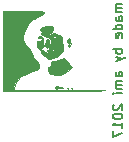
<source format=gbo>
G04 #@! TF.GenerationSoftware,KiCad,Pcbnew,(2017-01-24 revision 0b6147e)-makepkg*
G04 #@! TF.CreationDate,2017-01-29T22:57:48+05:30*
G04 #@! TF.ProjectId,attiny13a,617474696E793133612E6B696361645F,0.1*
G04 #@! TF.FileFunction,Legend,Bot*
G04 #@! TF.FilePolarity,Positive*
%FSLAX46Y46*%
G04 Gerber Fmt 4.6, Leading zero omitted, Abs format (unit mm)*
G04 Created by KiCad (PCBNEW (2017-01-24 revision 0b6147e)-makepkg) date 01/29/17 22:57:48*
%MOMM*%
%LPD*%
G01*
G04 APERTURE LIST*
%ADD10C,0.100000*%
%ADD11C,0.010000*%
%ADD12C,0.200000*%
G04 APERTURE END LIST*
D10*
D11*
G36*
X132111848Y-91327068D02*
X132045553Y-91493737D01*
X132038964Y-91545834D01*
X132091454Y-91641925D01*
X132198268Y-91625415D01*
X132244612Y-91574641D01*
X132258651Y-91437488D01*
X132237826Y-91355875D01*
X132178858Y-91265132D01*
X132111848Y-91327068D01*
X132111848Y-91327068D01*
G37*
X132111848Y-91327068D02*
X132045553Y-91493737D01*
X132038964Y-91545834D01*
X132091454Y-91641925D01*
X132198268Y-91625415D01*
X132244612Y-91574641D01*
X132258651Y-91437488D01*
X132237826Y-91355875D01*
X132178858Y-91265132D01*
X132111848Y-91327068D01*
G36*
X132291667Y-91694000D02*
X132334000Y-91736334D01*
X132376334Y-91694000D01*
X132334000Y-91651667D01*
X132291667Y-91694000D01*
X132291667Y-91694000D01*
G37*
X132291667Y-91694000D02*
X132334000Y-91736334D01*
X132376334Y-91694000D01*
X132334000Y-91651667D01*
X132291667Y-91694000D01*
G36*
X132159468Y-91813318D02*
X132150556Y-91867058D01*
X132169025Y-91982095D01*
X132230325Y-91935375D01*
X132245718Y-91911517D01*
X132241455Y-91804779D01*
X132222493Y-91788242D01*
X132159468Y-91813318D01*
X132159468Y-91813318D01*
G37*
X132159468Y-91813318D02*
X132150556Y-91867058D01*
X132169025Y-91982095D01*
X132230325Y-91935375D01*
X132245718Y-91911517D01*
X132241455Y-91804779D01*
X132222493Y-91788242D01*
X132159468Y-91813318D01*
G36*
X130337285Y-90194628D02*
X130025919Y-90290071D01*
X129899834Y-90339574D01*
X129769539Y-90447613D01*
X129774964Y-90567128D01*
X129907366Y-90636342D01*
X129942167Y-90638667D01*
X130068434Y-90646041D01*
X130056714Y-90681343D01*
X129921000Y-90762667D01*
X129799857Y-90850920D01*
X129833218Y-90886321D01*
X129841536Y-90886667D01*
X129995950Y-90943324D01*
X130160132Y-91063320D01*
X130313651Y-91172604D01*
X130420503Y-91191252D01*
X130527377Y-91208672D01*
X130599108Y-91271599D01*
X130660727Y-91373701D01*
X130648055Y-91397667D01*
X130639546Y-91460641D01*
X130691490Y-91588167D01*
X130742324Y-91706649D01*
X130723426Y-91715901D01*
X130611806Y-91709113D01*
X130521457Y-91758235D01*
X130431795Y-91821240D01*
X130460859Y-91768254D01*
X130485500Y-91736093D01*
X130538152Y-91597088D01*
X130465208Y-91445941D01*
X130345453Y-91334822D01*
X130267311Y-91387105D01*
X130229909Y-91603376D01*
X130229886Y-91603777D01*
X130182920Y-91765625D01*
X130105119Y-91820940D01*
X130023065Y-91747162D01*
X130011437Y-91588167D01*
X130002883Y-91357067D01*
X129966426Y-91207167D01*
X129845690Y-91089621D01*
X129676132Y-91062987D01*
X129542421Y-91139875D01*
X129540000Y-91143667D01*
X129569976Y-91206449D01*
X129704337Y-91228334D01*
X129865812Y-91257614D01*
X129921000Y-91315728D01*
X129851337Y-91405196D01*
X129697013Y-91487390D01*
X129540024Y-91525057D01*
X129483910Y-91514308D01*
X129449608Y-91554993D01*
X129455054Y-91708405D01*
X129495686Y-91923840D01*
X129532479Y-92053834D01*
X129611828Y-92211957D01*
X129717696Y-92218709D01*
X129877951Y-92075791D01*
X129878667Y-92075000D01*
X130040687Y-91945737D01*
X130182950Y-91908683D01*
X130257218Y-91973412D01*
X130259667Y-91999392D01*
X130321597Y-92055087D01*
X130391065Y-92042695D01*
X130478464Y-92036778D01*
X130470734Y-92075970D01*
X130507652Y-92132206D01*
X130679060Y-92158863D01*
X130725334Y-92159667D01*
X130927854Y-92180269D01*
X130981548Y-92238404D01*
X130976270Y-92249290D01*
X130859521Y-92298798D01*
X130677006Y-92285350D01*
X130475689Y-92265240D01*
X130336814Y-92290405D01*
X130292588Y-92342937D01*
X130375214Y-92404929D01*
X130429854Y-92422778D01*
X130555251Y-92462620D01*
X130533847Y-92481254D01*
X130362843Y-92489894D01*
X130132811Y-92457672D01*
X130036285Y-92371334D01*
X129945974Y-92253935D01*
X129861858Y-92285898D01*
X129836334Y-92403300D01*
X129889759Y-92575943D01*
X130012826Y-92699553D01*
X130149719Y-92722643D01*
X130171292Y-92712292D01*
X130241596Y-92734850D01*
X130259667Y-92832003D01*
X130293812Y-92955095D01*
X130426788Y-93001918D01*
X130534834Y-93005812D01*
X130815082Y-92964573D01*
X131064000Y-92875757D01*
X131290951Y-92720646D01*
X131513503Y-92510687D01*
X131539339Y-92480756D01*
X131668681Y-92311261D01*
X131717609Y-92171279D01*
X131698236Y-91988978D01*
X131663476Y-91849222D01*
X130739445Y-91849222D01*
X130727823Y-91899557D01*
X130683000Y-91905667D01*
X130613310Y-91874689D01*
X130626556Y-91849222D01*
X130727036Y-91839089D01*
X130739445Y-91849222D01*
X131663476Y-91849222D01*
X131652968Y-91806978D01*
X131597159Y-91536976D01*
X131577938Y-91315830D01*
X131584930Y-91246964D01*
X131562430Y-91124886D01*
X131323331Y-91124886D01*
X131318486Y-91142881D01*
X131207983Y-91193597D01*
X130998435Y-91214749D01*
X130935986Y-91213805D01*
X130738922Y-91190026D01*
X130647846Y-91146329D01*
X130649161Y-91129924D01*
X130754167Y-91084969D01*
X130961550Y-91060498D01*
X131031661Y-91059000D01*
X131242222Y-91076944D01*
X131323331Y-91124886D01*
X131562430Y-91124886D01*
X131560635Y-91115150D01*
X131397956Y-90989617D01*
X131319569Y-90949799D01*
X131104508Y-90861449D01*
X130950347Y-90855751D01*
X130771826Y-90929851D01*
X130768907Y-90931359D01*
X130583460Y-90999023D01*
X130477041Y-90983189D01*
X130474909Y-90980119D01*
X130500122Y-90894562D01*
X130575938Y-90853557D01*
X130721659Y-90744436D01*
X130766125Y-90678000D01*
X130429000Y-90678000D01*
X130386667Y-90720334D01*
X130344334Y-90678000D01*
X130386667Y-90635667D01*
X130429000Y-90678000D01*
X130766125Y-90678000D01*
X130824379Y-90590965D01*
X130877846Y-90421748D01*
X130815092Y-90311099D01*
X130735157Y-90253317D01*
X130559942Y-90183797D01*
X130337285Y-90194628D01*
X130337285Y-90194628D01*
G37*
X130337285Y-90194628D02*
X130025919Y-90290071D01*
X129899834Y-90339574D01*
X129769539Y-90447613D01*
X129774964Y-90567128D01*
X129907366Y-90636342D01*
X129942167Y-90638667D01*
X130068434Y-90646041D01*
X130056714Y-90681343D01*
X129921000Y-90762667D01*
X129799857Y-90850920D01*
X129833218Y-90886321D01*
X129841536Y-90886667D01*
X129995950Y-90943324D01*
X130160132Y-91063320D01*
X130313651Y-91172604D01*
X130420503Y-91191252D01*
X130527377Y-91208672D01*
X130599108Y-91271599D01*
X130660727Y-91373701D01*
X130648055Y-91397667D01*
X130639546Y-91460641D01*
X130691490Y-91588167D01*
X130742324Y-91706649D01*
X130723426Y-91715901D01*
X130611806Y-91709113D01*
X130521457Y-91758235D01*
X130431795Y-91821240D01*
X130460859Y-91768254D01*
X130485500Y-91736093D01*
X130538152Y-91597088D01*
X130465208Y-91445941D01*
X130345453Y-91334822D01*
X130267311Y-91387105D01*
X130229909Y-91603376D01*
X130229886Y-91603777D01*
X130182920Y-91765625D01*
X130105119Y-91820940D01*
X130023065Y-91747162D01*
X130011437Y-91588167D01*
X130002883Y-91357067D01*
X129966426Y-91207167D01*
X129845690Y-91089621D01*
X129676132Y-91062987D01*
X129542421Y-91139875D01*
X129540000Y-91143667D01*
X129569976Y-91206449D01*
X129704337Y-91228334D01*
X129865812Y-91257614D01*
X129921000Y-91315728D01*
X129851337Y-91405196D01*
X129697013Y-91487390D01*
X129540024Y-91525057D01*
X129483910Y-91514308D01*
X129449608Y-91554993D01*
X129455054Y-91708405D01*
X129495686Y-91923840D01*
X129532479Y-92053834D01*
X129611828Y-92211957D01*
X129717696Y-92218709D01*
X129877951Y-92075791D01*
X129878667Y-92075000D01*
X130040687Y-91945737D01*
X130182950Y-91908683D01*
X130257218Y-91973412D01*
X130259667Y-91999392D01*
X130321597Y-92055087D01*
X130391065Y-92042695D01*
X130478464Y-92036778D01*
X130470734Y-92075970D01*
X130507652Y-92132206D01*
X130679060Y-92158863D01*
X130725334Y-92159667D01*
X130927854Y-92180269D01*
X130981548Y-92238404D01*
X130976270Y-92249290D01*
X130859521Y-92298798D01*
X130677006Y-92285350D01*
X130475689Y-92265240D01*
X130336814Y-92290405D01*
X130292588Y-92342937D01*
X130375214Y-92404929D01*
X130429854Y-92422778D01*
X130555251Y-92462620D01*
X130533847Y-92481254D01*
X130362843Y-92489894D01*
X130132811Y-92457672D01*
X130036285Y-92371334D01*
X129945974Y-92253935D01*
X129861858Y-92285898D01*
X129836334Y-92403300D01*
X129889759Y-92575943D01*
X130012826Y-92699553D01*
X130149719Y-92722643D01*
X130171292Y-92712292D01*
X130241596Y-92734850D01*
X130259667Y-92832003D01*
X130293812Y-92955095D01*
X130426788Y-93001918D01*
X130534834Y-93005812D01*
X130815082Y-92964573D01*
X131064000Y-92875757D01*
X131290951Y-92720646D01*
X131513503Y-92510687D01*
X131539339Y-92480756D01*
X131668681Y-92311261D01*
X131717609Y-92171279D01*
X131698236Y-91988978D01*
X131663476Y-91849222D01*
X130739445Y-91849222D01*
X130727823Y-91899557D01*
X130683000Y-91905667D01*
X130613310Y-91874689D01*
X130626556Y-91849222D01*
X130727036Y-91839089D01*
X130739445Y-91849222D01*
X131663476Y-91849222D01*
X131652968Y-91806978D01*
X131597159Y-91536976D01*
X131577938Y-91315830D01*
X131584930Y-91246964D01*
X131562430Y-91124886D01*
X131323331Y-91124886D01*
X131318486Y-91142881D01*
X131207983Y-91193597D01*
X130998435Y-91214749D01*
X130935986Y-91213805D01*
X130738922Y-91190026D01*
X130647846Y-91146329D01*
X130649161Y-91129924D01*
X130754167Y-91084969D01*
X130961550Y-91060498D01*
X131031661Y-91059000D01*
X131242222Y-91076944D01*
X131323331Y-91124886D01*
X131562430Y-91124886D01*
X131560635Y-91115150D01*
X131397956Y-90989617D01*
X131319569Y-90949799D01*
X131104508Y-90861449D01*
X130950347Y-90855751D01*
X130771826Y-90929851D01*
X130768907Y-90931359D01*
X130583460Y-90999023D01*
X130477041Y-90983189D01*
X130474909Y-90980119D01*
X130500122Y-90894562D01*
X130575938Y-90853557D01*
X130721659Y-90744436D01*
X130766125Y-90678000D01*
X130429000Y-90678000D01*
X130386667Y-90720334D01*
X130344334Y-90678000D01*
X130386667Y-90635667D01*
X130429000Y-90678000D01*
X130766125Y-90678000D01*
X130824379Y-90590965D01*
X130877846Y-90421748D01*
X130815092Y-90311099D01*
X130735157Y-90253317D01*
X130559942Y-90183797D01*
X130337285Y-90194628D01*
G36*
X131575427Y-93025059D02*
X131547657Y-93039364D01*
X131270584Y-93135884D01*
X130978216Y-93175667D01*
X130771341Y-93193221D01*
X130692918Y-93259096D01*
X130690691Y-93323834D01*
X130674668Y-93538076D01*
X130588958Y-93683723D01*
X130463222Y-93711126D01*
X130460026Y-93709945D01*
X130379137Y-93708531D01*
X130374739Y-93819911D01*
X130392521Y-93905791D01*
X130478346Y-94120871D01*
X130582338Y-94255167D01*
X130774891Y-94328354D01*
X131065160Y-94354034D01*
X131388550Y-94332951D01*
X131680462Y-94265849D01*
X131741334Y-94241802D01*
X131974774Y-94105617D01*
X132216720Y-93918056D01*
X132249334Y-93888029D01*
X132399258Y-93732416D01*
X132429103Y-93651867D01*
X132359145Y-93617472D01*
X132209339Y-93519234D01*
X132167246Y-93445392D01*
X132081008Y-93273686D01*
X131965387Y-93102864D01*
X131851312Y-92974319D01*
X131745973Y-92952131D01*
X131575427Y-93025059D01*
X131575427Y-93025059D01*
G37*
X131575427Y-93025059D02*
X131547657Y-93039364D01*
X131270584Y-93135884D01*
X130978216Y-93175667D01*
X130771341Y-93193221D01*
X130692918Y-93259096D01*
X130690691Y-93323834D01*
X130674668Y-93538076D01*
X130588958Y-93683723D01*
X130463222Y-93711126D01*
X130460026Y-93709945D01*
X130379137Y-93708531D01*
X130374739Y-93819911D01*
X130392521Y-93905791D01*
X130478346Y-94120871D01*
X130582338Y-94255167D01*
X130774891Y-94328354D01*
X131065160Y-94354034D01*
X131388550Y-94332951D01*
X131680462Y-94265849D01*
X131741334Y-94241802D01*
X131974774Y-94105617D01*
X132216720Y-93918056D01*
X132249334Y-93888029D01*
X132399258Y-93732416D01*
X132429103Y-93651867D01*
X132359145Y-93617472D01*
X132209339Y-93519234D01*
X132167246Y-93445392D01*
X132081008Y-93273686D01*
X131965387Y-93102864D01*
X131851312Y-92974319D01*
X131745973Y-92952131D01*
X131575427Y-93025059D01*
G36*
X131060116Y-95302568D02*
X131049531Y-95351620D01*
X131059531Y-95369769D01*
X131041380Y-95461843D01*
X131001028Y-95485069D01*
X131012412Y-95504931D01*
X131157909Y-95514308D01*
X131296317Y-95513467D01*
X131530830Y-95497927D01*
X131675789Y-95469046D01*
X131698484Y-95451084D01*
X131625705Y-95400024D01*
X131448422Y-95348125D01*
X131434417Y-95345250D01*
X131179246Y-95301044D01*
X131060116Y-95302568D01*
X131060116Y-95302568D01*
G37*
X131060116Y-95302568D02*
X131049531Y-95351620D01*
X131059531Y-95369769D01*
X131041380Y-95461843D01*
X131001028Y-95485069D01*
X131012412Y-95504931D01*
X131157909Y-95514308D01*
X131296317Y-95513467D01*
X131530830Y-95497927D01*
X131675789Y-95469046D01*
X131698484Y-95451084D01*
X131625705Y-95400024D01*
X131448422Y-95348125D01*
X131434417Y-95345250D01*
X131179246Y-95301044D01*
X131060116Y-95302568D01*
G36*
X132037667Y-95504000D02*
X132080000Y-95546334D01*
X132122334Y-95504000D01*
X132080000Y-95461667D01*
X132037667Y-95504000D01*
X132037667Y-95504000D01*
G37*
X132037667Y-95504000D02*
X132080000Y-95546334D01*
X132122334Y-95504000D01*
X132080000Y-95461667D01*
X132037667Y-95504000D01*
G36*
X132376334Y-95504000D02*
X132418667Y-95546334D01*
X132461000Y-95504000D01*
X132418667Y-95461667D01*
X132376334Y-95504000D01*
X132376334Y-95504000D01*
G37*
X132376334Y-95504000D02*
X132418667Y-95546334D01*
X132461000Y-95504000D01*
X132418667Y-95461667D01*
X132376334Y-95504000D01*
G36*
X126619000Y-95715667D02*
X130951112Y-95715667D01*
X131787980Y-95714848D01*
X132569976Y-95712496D01*
X133281464Y-95708770D01*
X133906807Y-95703827D01*
X134430371Y-95697825D01*
X134836518Y-95690923D01*
X135109613Y-95683279D01*
X135234021Y-95675050D01*
X135239872Y-95672316D01*
X135148925Y-95663447D01*
X134905661Y-95655199D01*
X134527095Y-95647758D01*
X134030242Y-95641313D01*
X133432118Y-95636049D01*
X132749737Y-95632156D01*
X132000115Y-95629820D01*
X131325637Y-95629199D01*
X127454754Y-95629432D01*
X127510553Y-95453624D01*
X127598640Y-95250254D01*
X127737090Y-95003949D01*
X127896225Y-94759322D01*
X128046366Y-94560989D01*
X128157836Y-94453563D01*
X128181056Y-94445667D01*
X128321078Y-94391118D01*
X128383008Y-94341126D01*
X128512094Y-94267697D01*
X128755211Y-94171314D01*
X129062469Y-94071508D01*
X129098442Y-94061044D01*
X129409829Y-93967355D01*
X129590853Y-93893754D01*
X129674905Y-93817226D01*
X129695379Y-93714758D01*
X129692568Y-93651552D01*
X129625183Y-93448249D01*
X129472175Y-93202366D01*
X129380044Y-93090230D01*
X129180690Y-92822924D01*
X129022655Y-92530321D01*
X128981722Y-92420535D01*
X128885899Y-92196264D01*
X128771111Y-92051889D01*
X128736302Y-92032868D01*
X128557956Y-91889971D01*
X128398713Y-91582911D01*
X128314789Y-91326561D01*
X128280711Y-91056059D01*
X128346300Y-90762449D01*
X128372724Y-90691561D01*
X128534608Y-90361870D01*
X128747273Y-90041189D01*
X128974067Y-89777728D01*
X129178338Y-89619694D01*
X129192722Y-89613000D01*
X129396121Y-89511272D01*
X129497667Y-89450485D01*
X129672257Y-89358624D01*
X129855883Y-89283660D01*
X130023510Y-89183879D01*
X130037325Y-89072044D01*
X129998639Y-89027029D01*
X129907671Y-88993531D01*
X129742988Y-88969948D01*
X129483157Y-88954676D01*
X129106746Y-88946112D01*
X128592321Y-88942652D01*
X128303275Y-88942334D01*
X126619000Y-88942334D01*
X126619000Y-95715667D01*
X126619000Y-95715667D01*
G37*
X126619000Y-95715667D02*
X130951112Y-95715667D01*
X131787980Y-95714848D01*
X132569976Y-95712496D01*
X133281464Y-95708770D01*
X133906807Y-95703827D01*
X134430371Y-95697825D01*
X134836518Y-95690923D01*
X135109613Y-95683279D01*
X135234021Y-95675050D01*
X135239872Y-95672316D01*
X135148925Y-95663447D01*
X134905661Y-95655199D01*
X134527095Y-95647758D01*
X134030242Y-95641313D01*
X133432118Y-95636049D01*
X132749737Y-95632156D01*
X132000115Y-95629820D01*
X131325637Y-95629199D01*
X127454754Y-95629432D01*
X127510553Y-95453624D01*
X127598640Y-95250254D01*
X127737090Y-95003949D01*
X127896225Y-94759322D01*
X128046366Y-94560989D01*
X128157836Y-94453563D01*
X128181056Y-94445667D01*
X128321078Y-94391118D01*
X128383008Y-94341126D01*
X128512094Y-94267697D01*
X128755211Y-94171314D01*
X129062469Y-94071508D01*
X129098442Y-94061044D01*
X129409829Y-93967355D01*
X129590853Y-93893754D01*
X129674905Y-93817226D01*
X129695379Y-93714758D01*
X129692568Y-93651552D01*
X129625183Y-93448249D01*
X129472175Y-93202366D01*
X129380044Y-93090230D01*
X129180690Y-92822924D01*
X129022655Y-92530321D01*
X128981722Y-92420535D01*
X128885899Y-92196264D01*
X128771111Y-92051889D01*
X128736302Y-92032868D01*
X128557956Y-91889971D01*
X128398713Y-91582911D01*
X128314789Y-91326561D01*
X128280711Y-91056059D01*
X128346300Y-90762449D01*
X128372724Y-90691561D01*
X128534608Y-90361870D01*
X128747273Y-90041189D01*
X128974067Y-89777728D01*
X129178338Y-89619694D01*
X129192722Y-89613000D01*
X129396121Y-89511272D01*
X129497667Y-89450485D01*
X129672257Y-89358624D01*
X129855883Y-89283660D01*
X130023510Y-89183879D01*
X130037325Y-89072044D01*
X129998639Y-89027029D01*
X129907671Y-88993531D01*
X129742988Y-88969948D01*
X129483157Y-88954676D01*
X129106746Y-88946112D01*
X128592321Y-88942652D01*
X128303275Y-88942334D01*
X126619000Y-88942334D01*
X126619000Y-95715667D01*
D12*
X136696404Y-88380000D02*
X136163071Y-88380000D01*
X136239261Y-88380000D02*
X136201166Y-88418095D01*
X136163071Y-88494285D01*
X136163071Y-88608571D01*
X136201166Y-88684761D01*
X136277357Y-88722857D01*
X136696404Y-88722857D01*
X136277357Y-88722857D02*
X136201166Y-88760952D01*
X136163071Y-88837142D01*
X136163071Y-88951428D01*
X136201166Y-89027619D01*
X136277357Y-89065714D01*
X136696404Y-89065714D01*
X136696404Y-89789523D02*
X136277357Y-89789523D01*
X136201166Y-89751428D01*
X136163071Y-89675238D01*
X136163071Y-89522857D01*
X136201166Y-89446666D01*
X136658309Y-89789523D02*
X136696404Y-89713333D01*
X136696404Y-89522857D01*
X136658309Y-89446666D01*
X136582119Y-89408571D01*
X136505928Y-89408571D01*
X136429738Y-89446666D01*
X136391642Y-89522857D01*
X136391642Y-89713333D01*
X136353547Y-89789523D01*
X136696404Y-90513333D02*
X135896404Y-90513333D01*
X136658309Y-90513333D02*
X136696404Y-90437142D01*
X136696404Y-90284761D01*
X136658309Y-90208571D01*
X136620214Y-90170476D01*
X136544023Y-90132380D01*
X136315452Y-90132380D01*
X136239261Y-90170476D01*
X136201166Y-90208571D01*
X136163071Y-90284761D01*
X136163071Y-90437142D01*
X136201166Y-90513333D01*
X136658309Y-91199047D02*
X136696404Y-91122857D01*
X136696404Y-90970476D01*
X136658309Y-90894285D01*
X136582119Y-90856190D01*
X136277357Y-90856190D01*
X136201166Y-90894285D01*
X136163071Y-90970476D01*
X136163071Y-91122857D01*
X136201166Y-91199047D01*
X136277357Y-91237142D01*
X136353547Y-91237142D01*
X136429738Y-90856190D01*
X136696404Y-92189523D02*
X135896404Y-92189523D01*
X136201166Y-92189523D02*
X136163071Y-92265714D01*
X136163071Y-92418095D01*
X136201166Y-92494285D01*
X136239261Y-92532380D01*
X136315452Y-92570476D01*
X136544023Y-92570476D01*
X136620214Y-92532380D01*
X136658309Y-92494285D01*
X136696404Y-92418095D01*
X136696404Y-92265714D01*
X136658309Y-92189523D01*
X136163071Y-92837142D02*
X136696404Y-93027619D01*
X136163071Y-93218095D02*
X136696404Y-93027619D01*
X136886880Y-92951428D01*
X136924976Y-92913333D01*
X136963071Y-92837142D01*
X136696404Y-94475238D02*
X136277357Y-94475238D01*
X136201166Y-94437142D01*
X136163071Y-94360952D01*
X136163071Y-94208571D01*
X136201166Y-94132380D01*
X136658309Y-94475238D02*
X136696404Y-94399047D01*
X136696404Y-94208571D01*
X136658309Y-94132380D01*
X136582119Y-94094285D01*
X136505928Y-94094285D01*
X136429738Y-94132380D01*
X136391642Y-94208571D01*
X136391642Y-94399047D01*
X136353547Y-94475238D01*
X136696404Y-94856190D02*
X136163071Y-94856190D01*
X136239261Y-94856190D02*
X136201166Y-94894285D01*
X136163071Y-94970476D01*
X136163071Y-95084761D01*
X136201166Y-95160952D01*
X136277357Y-95199047D01*
X136696404Y-95199047D01*
X136277357Y-95199047D02*
X136201166Y-95237142D01*
X136163071Y-95313333D01*
X136163071Y-95427619D01*
X136201166Y-95503809D01*
X136277357Y-95541904D01*
X136696404Y-95541904D01*
X136696404Y-95922857D02*
X136163071Y-95922857D01*
X135896404Y-95922857D02*
X135934500Y-95884761D01*
X135972595Y-95922857D01*
X135934500Y-95960952D01*
X135896404Y-95922857D01*
X135972595Y-95922857D01*
X135972595Y-96875238D02*
X135934500Y-96913333D01*
X135896404Y-96989523D01*
X135896404Y-97180000D01*
X135934500Y-97256190D01*
X135972595Y-97294285D01*
X136048785Y-97332380D01*
X136124976Y-97332380D01*
X136239261Y-97294285D01*
X136696404Y-96837142D01*
X136696404Y-97332380D01*
X135896404Y-97827619D02*
X135896404Y-97903809D01*
X135934500Y-97980000D01*
X135972595Y-98018095D01*
X136048785Y-98056190D01*
X136201166Y-98094285D01*
X136391642Y-98094285D01*
X136544023Y-98056190D01*
X136620214Y-98018095D01*
X136658309Y-97980000D01*
X136696404Y-97903809D01*
X136696404Y-97827619D01*
X136658309Y-97751428D01*
X136620214Y-97713333D01*
X136544023Y-97675238D01*
X136391642Y-97637142D01*
X136201166Y-97637142D01*
X136048785Y-97675238D01*
X135972595Y-97713333D01*
X135934500Y-97751428D01*
X135896404Y-97827619D01*
X136696404Y-98856190D02*
X136696404Y-98399047D01*
X136696404Y-98627619D02*
X135896404Y-98627619D01*
X136010690Y-98551428D01*
X136086880Y-98475238D01*
X136124976Y-98399047D01*
X135896404Y-99122857D02*
X135896404Y-99656190D01*
X136696404Y-99313333D01*
M02*

</source>
